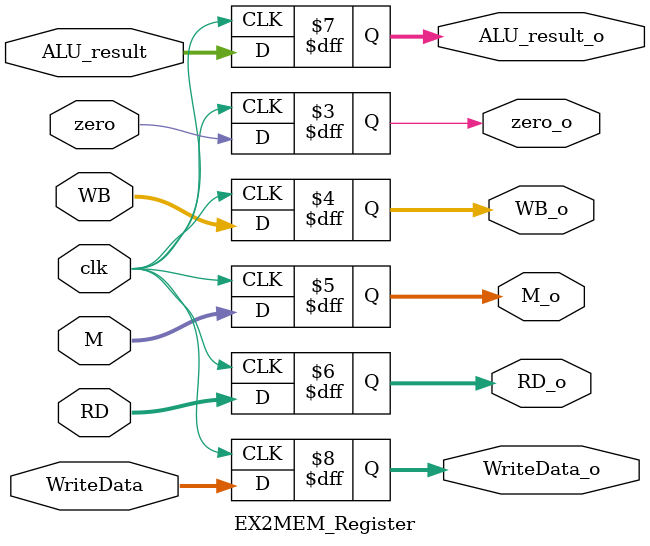
<source format=v>
module EX2MEM_Register(
	input clk,zero,
	input [1:0]WB, //{RegWrite,MemToReg}
	input [2:0]M,  //{Branch,MemRead,MemWrite}
	input [4:0]RD,
	input [31:0]ALU_result,WriteData,
	output reg zero_o,
	output reg [1:0]WB_o,
	output reg [2:0]M_o,
	output reg [4:0]RD_o,
	output reg [31:0]ALU_result_o,WriteData_o);

initial begin

WB_o=0;
M_o=0;
ALU_result_o=0;
WriteData_o=0;
zero_o=0;
RD_o=0;

end

always @(posedge clk)begin

WB_o<=WB;
M_o<=M;
ALU_result_o<=ALU_result;
WriteData_o<=WriteData;
zero_o<=zero;
RD_o<=RD;

end
endmodule 
</source>
